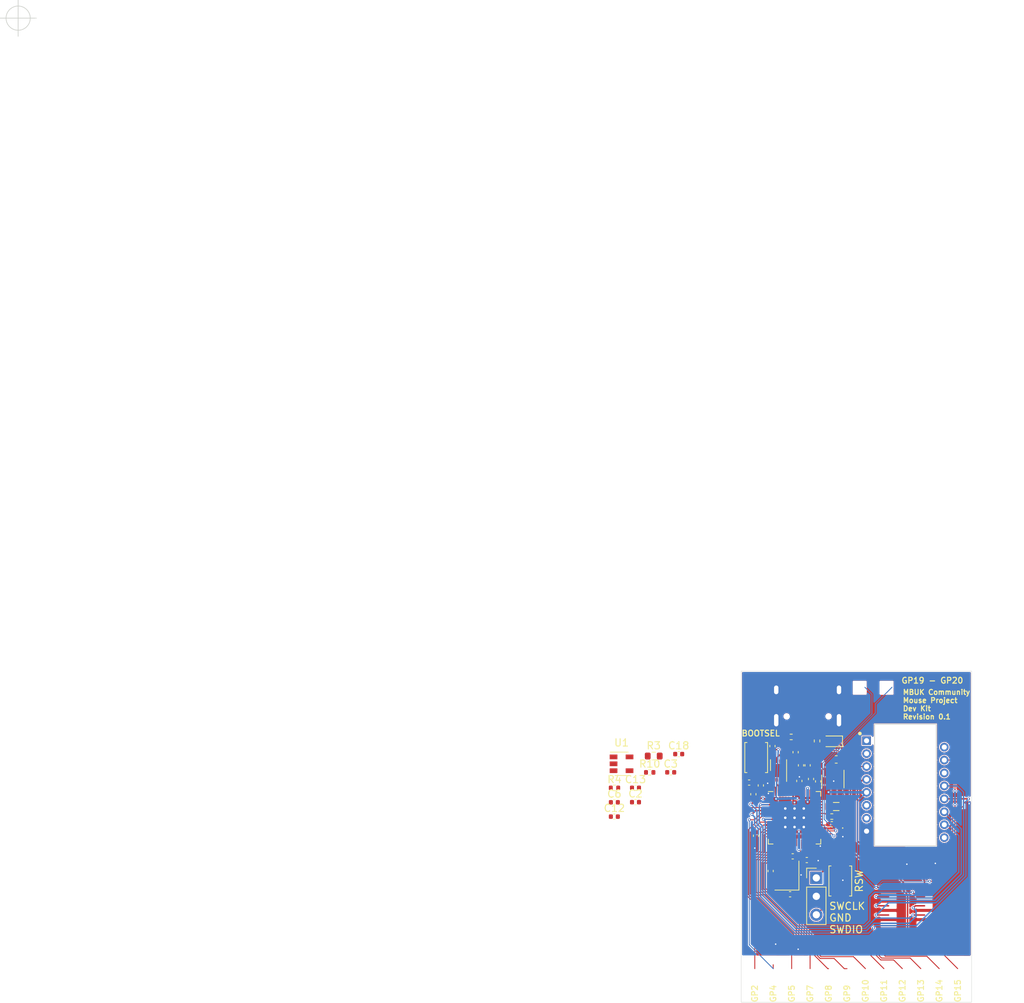
<source format=kicad_pcb>
(kicad_pcb (version 20211014) (generator pcbnew)
  (layers (0 "F.Cu" signal) (31 "B.Cu" signal) (34 "B.Paste" user) (35 "F.Paste" user) (36 "B.SilkS" user "B.Silkscreen") (37 "F.SilkS" user "F.Silkscreen") (38 "B.Mask" user) (39 "F.Mask" user) (44 "Edge.Cuts" user))
  (net 0 "")
  (net 1 "+5V")
  (net 2 "GND")
  (net 3 "+1V8")
  (net 4 "+3V3")
  (net 5 "+1V1")
  (net 6 "/XIN")
  (net 7 "VBUS")
  (net 8 "/QSPI_SS")
  (net 9 "/QSPI_SD1")
  (net 10 "/QSPI_SD2")
  (net 11 "/QSPI_SD0")
  (net 12 "/QSPI_SCLK")
  (net 13 "/QSPI_SD3")
  (net 14 "/SWCLK")
  (net 15 "/SWD")
  (net 16 "Net-(C19-Pad2)")
  (net 17 "USB_D+")
  (net 18 "USB_D-")
  (net 19 "Net-(R1-Pad2)")
  (net 20 "Net-(R2-Pad2)")
  (net 21 "/ADC_VREF")
  (net 22 "Net-(R6-Pad2)")
  (net 24 "unconnected-(U3-Pad3)")
  (net 25 "/XOUT")
  (net 26 "/RUN")
  (net 27 "unconnected-(U3-Pad4)")
  (net 28 "Net-(D2-Pad2)")
  (net 30 "/~{USB_BOOT}")
  (net 31 "Net-(L1-Pad1)")
  (net 33 "unconnected-(U3-Pad10)")
  (net 34 "unconnected-(U3-Pad11)")
  (net 35 "Net-(R7-Pad2)")
  (net 36 "unconnected-(U3-Pad12)")
  (net 37 "unconnected-(U3-Pad13)")
  (net 38 "/GPIO25")
  (net 39 "unconnected-(U3-Pad15)")
  (net 40 "/GPIO0")
  (net 48 "/GPIO2")
  (net 49 "/GPIO4")
  (net 50 "/GPIO5")
  (net 51 "/GPIO7")
  (net 52 "/GPIO8")
  (net 53 "/GPIO9")
  (net 54 "/GPIO10")
  (net 55 "/GPIO11")
  (net 56 "/GPIO12")
  (net 57 "/GPIO13")
  (net 58 "/GPIO14")
  (net 59 "/GPIO15")
  (net 60 "/GPIO16")
  (net 61 "/GPIO17")
  (net 62 "/GPIO18")
  (net 63 "/GPIO19")
  (net 64 "/GPIO20")
  (net 65 "/GPIO21")
  (net 66 "/GPIO22")
  (net 67 "/GPIO23")
  (net 68 "/GPIO24")
  (net 69 "/GPIO26_ADC0")
  (net 70 "/GPIO27_ADC1")
  (net 71 "/GPIO28_ADC2")
  (net 72 "/GPIO29_ADC3")
  (net 75 "/GPIO1")
  (net 76 "/GPIO3")
  (net 77 "/GPIO6")
  (footprint "Resistor_SMD:R_0603_1608Metric" (layer "F.Cu") (at 87.51 101.6)
    (fp_text reference "R3")
    (fp_text value "200 ohm 0603")
  )
  (footprint "Capacitor_SMD:C_0402_1005Metric" (layer "F.Cu") (at 103.86 100.23 90)
    (fp_text reference "C16")
    (fp_text value "100nf 0402")
  )
  (footprint "Button_Switch_SMD:SW_Push_SPST_NO_Alps_SKRK" (layer "F.Cu") (at 113.2 118.8 -90)
    (fp_text reference "J2")
    (fp_text value "SKRKAEE020")
  )
  (footprint "Package_SON:SON-8-1EP_3x2mm_P0.5mm_EP1.4x1.6mm" (layer "F.Cu") (at 104.7 103.6 90)
    (fp_text reference "FLASH1")
    (fp_text value "W25Q16FWUXIE")
  )
  (footprint "Capacitor_SMD:C_0402_1005Metric" (layer "F.Cu") (at 107.79 102.88 -90)
    (fp_text reference "R6")
    (fp_text value " 27Ohms  0402 Resistor")
  )
  (footprint "Package_TO_SOT_SMD:SOT-23-5" (layer "F.Cu") (at 83.08 102.67)
    (fp_text reference "U1")
    (fp_text value "TCR2EF19")
  )
  (footprint "Resistor_SMD:R_0402_1005Metric" (layer "F.Cu") (at 82.11 105.99)
    (fp_text reference "R4")
    (fp_text value "1 ohm 0402")
  )
  (footprint "Capacitor_SMD:C_0402_1005Metric" (layer "F.Cu") (at 101.6 112.575 -90)
    (fp_text reference "C9")
    (fp_text value "100nf 0402")
  )
  (footprint "Capacitor_SMD:C_0402_1005Metric" (layer "F.Cu") (at 107.56 105.03 90)
    (fp_text reference "C7")
    (fp_text value "100nf 0402")
  )
  (footprint "Resistor_SMD:R_0402_1005Metric" (layer "F.Cu") (at 86.96 103.85)
    (fp_text reference "R10")
    (fp_text value "1K 0402")
  )
  (footprint "Capacitor_SMD:C_0402_1005Metric" (layer "F.Cu") (at 90.95 101.33)
    (fp_text reference "C18")
    (fp_text value "10uf 0402")
  )
  (footprint "Capacitor_SMD:C_0402_1005Metric" (layer "F.Cu") (at 101.23 106.86 90)
    (fp_text reference "C11")
    (fp_text value "100nf 0402")
  )
  (footprint "Inductor_SMD:L_0805_2012Metric" (layer "F.Cu") (at 112.64 108.55 180)
    (fp_text reference "L1")
    (fp_text value "INDUCTOR 2.2uH 0805")
  )
  (footprint "Capacitor_SMD:C_0402_1005Metric" (layer "F.Cu") (at 110.15 105.09 90)
    (fp_text reference "C4")
    (fp_text value "10uf 0402")
  )
  (footprint "Diode_SMD:D_0603_1608Metric" (layer "F.Cu") (at 112.0225 99.573 180)
    (fp_text reference "D1")
    (fp_text value "1n4002 0603")
  )
  (footprint "Resistor_SMD:R_0402_1005Metric" (layer "F.Cu") (at 110 99.52 90)
    (fp_text reference "R1")
    (fp_text value "5.1K")
  )
  (footprint "Connector_PinHeader_2.54mm:PinHeader_1x03_P2.54mm_Vertical" (layer "F.Cu") (at 109.9 118.375)
    (fp_text reference "J3")
    (fp_text value "Conn_01x03_Male")
  )
  (footprint "Capacitor_SMD:C_0402_1005Metric" (layer "F.Cu") (at 106.29 120.63 180)
    (fp_text reference "C19")
    (fp_text value "22pf 0402")
  )
  (footprint "Resistor_SMD:R_0402_1005Metric" (layer "F.Cu") (at 106.44 98.97)
    (fp_text reference "R2")
    (fp_text value "5.1K")
  )
  (footprint "Capacitor_SMD:C_0402_1005Metric" (layer "F.Cu") (at 89.85 103.84)
    (fp_text reference "C3")
    (fp_text value "1uf 0402")
  )
  (footprint "local:DIP-16_W10.16mm" (layer "F.Cu") (at 117.9175 97.965)
    (fp_text reference "U3" hide)
    (fp_text value "PMW3360DM-T2QU")
    (fp_line (start 8.5 -0.75) (end 8.5 16) (layer "Edge.Cuts") (width 0.12))
    (fp_line (start 0 -0.75) (end 0 16) (layer "Edge.Cuts") (width 0.12))
    (fp_line (start 0 -0.75) (end 8.5 -0.75) (layer "Edge.Cuts") (width 0.12))
    (fp_line (start 0 16) (end 8.5 16) (layer "Edge.Cuts") (width 0.12))
  )
  (footprint "Crystal:Crystal_SMD_3225-4Pin_3.2x2.5mm" (layer "F.Cu") (at 105.85 118.06 90)
    (fp_text reference "Y1")
    (fp_text value "Crystal 3225 12MHz")
  )
  (footprint "Capacitor_SMD:C_0402_1005Metric" (layer "F.Cu") (at 103.61 117.43 90)
    (fp_text reference "C17")
    (fp_text value "22pf 0402")
  )
  (footprint "Capacitor_SMD:C_0402_1005Metric" (layer "F.Cu") (at 108.59 115.92)
    (fp_text reference "C5")
    (fp_text value "100nf 0402")
  )
  (footprint "Button_Switch_SMD:SW_Push_SPST_NO_Alps_SKRK" (layer "F.Cu") (at 101.62 101.81 90)
    (fp_text reference "J1")
    (fp_text value "SKRKAEE020")
  )
  (footprint "LED_SMD:LED_0402_1005Metric" (layer "F.Cu") (at 113.53 110.4225 90)
    (fp_text reference "D2")
    (fp_text value "LED 0402 YELLOW")
  )
  (footprint "Capacitor_SMD:C_0402_1005Metric" (layer "F.Cu") (at 107.05 101.07 90)
    (fp_text reference "C15")
    (fp_text value "1uf 0402")
  )
  (footprint "Resistor_SMD:R_0402_1005Metric" (layer "F.Cu") (at 112.03 109.93 180)
    (fp_text reference "R9")
    (fp_text value "470 ohm resistor")
  )
  (footprint "Capacitor_SMD:C_0402_1005Metric" (layer "F.Cu") (at 108.7 102.88 -90)
    (fp_text reference "R7")
    (fp_text value " 27Ohms 0402 Resistor")
  )
  (footprint "Capacitor_SMD:C_0402_1005Metric" (layer "F.Cu") (at 82.09 107.97)
    (fp_text reference "C6")
    (fp_text value "100nf 0402")
  )
  (footprint "Type-C:HRO-TYPE-C-31-M-12-Assembly" (layer "F.Cu") (at 108.7 89.8875 180)
    (fp_text reference "e1")
    (fp_text value "TYPE-C-31-M-12")
  )
  (footprint "Capacitor_SMD:C_0402_1005Metric" (layer "F.Cu") (at 85 105.98)
    (fp_text reference "C13")
    (fp_text value "100nf 0402")
  )
  (footprint "Capacitor_SMD:C_0402_1005Metric" (layer "F.Cu") (at 112.03 110.99)
    (fp_text reference "C8")
    (fp_text value "100nf 0402")
  )
  (footprint "Capacitor_SMD:C_0402_1005Metric" (layer "F.Cu") (at 85 107.95)
    (fp_text reference "C2")
    (fp_text value "0.1uf 0402")
  )
  (footprint "Capacitor_SMD:C_0603_1608Metric" (layer "F.Cu") (at 112.64 102.07 180)
    (fp_text reference "C1")
    (fp_text value "10uf 0603 6.3V")
  )
  (footprint "Capacitor_SMD:C_0402_1005Metric" (layer "F.Cu") (at 106.65 115.41 180)
    (fp_text reference "C10")
    (fp_text value "100nf 0402")
  )
  (footprint "Capacitor_SMD:C_0402_1005Metric" (layer "F.Cu") (at 82.09 109.94)
    (fp_text reference "C12")
    (fp_text value "100nf 0402")
  )
  (footprint "env:RP2040-QFN-56" (layer "F.Cu") (at 106.9 110.1)
    (fp_text reference "U4")
    (fp_text value "RP2040")
  )
  (footprint "Capacitor_SMD:C_0402_1005Metric" (layer "F.Cu") (at 109.17 104.76 90)
    (fp_text reference "C14")
    (fp_text value "1uf 0402")
  )
  (footprint "Capacitor_SMD:C_0402_1005Metric" (layer "F.Cu") (at 100.65 105.25)
    (fp_text reference "R5")
    (fp_text value "10K 0402")
  )
  (footprint "Package_TO_SOT_SMD:TSOT-23-5" (layer "F.Cu") (at 112.2 105.1 -90)
    (fp_text reference "U2")
    (fp_text value "LM3671MF 3.3")
  )
  (footprint "Capacitor_SMD:C_0402_1005Metric" (layer "F.Cu") (at 102.26 105.65 90)
    (fp_text reference "R8")
    (fp_text value "1k 0402 Resistor")
  )
  (gr_circle (center 115.9 98.5) (end 116.1 98.5) (layer "F.SilkS") (width 0.1) (fill solid))
  (gr_rect (start 99.55 89.9) (end 131.28 135.49) (layer "Edge.Cuts") (width 0.05) (fill none))
  (gr_text "RP2040" (at 112.65 114.3 315) (layer "F.Cu") (effects (font (size 0.6 0.6) (thickness 0.127))))
  (gr_text "GP14" (at 126.83409 133.925 90) (layer "F.SilkS") (effects (font (size 0.8 0.8))))
  (gr_text "GP5" (at 106.506818 134.305953 90) (layer "F.SilkS") (effects (font (size 0.8 0.8))))
  (gr_text "GP7" (at 109.047727 134.305953 90) (layer "F.SilkS") (effects (font (size 0.8 0.8))))
  (gr_text "GP8" (at 111.588636 134.305953 90) (layer "F.SilkS") (effects (font (size 0.8 0.8))))
  (gr_text "SWCLK\nGND\nSWDIO" (at 111.6 123.875) (layer "F.SilkS") (effects (font (size 1 1)) (justify left)))
  (gr_text "GP4" (at 103.965909 134.305953 90) (layer "F.SilkS") (effects (font (size 0.8 0.8))))
  (gr_text "GP11" (at 119.211363 133.925 90) (layer "F.SilkS") (effects (font (size 0.8 0.8))))
  (gr_text "RSW" (at 115.8 118.8 90) (layer "F.SilkS") (effects (font (size 1 1))))
  (gr_text "GP12" (at 121.752272 133.925 90) (layer "F.SilkS") (effects (font (size 0.8 0.8))))
  (gr_text "BOOTSEL" (at 102.25 98.475) (layer "F.SilkS") (effects (font (size 0.8 0.8))))
  (gr_text "GP9" (at 114.129545 134.305953 90) (layer "F.SilkS") (effects (font (size 0.8 0.8))))
  (gr_text "GP15" (at 129.375 133.925 90) (layer "F.SilkS") (effects (font (size 0.8 0.8))))
  (gr_text "MBUK Community\nMouse Project\nDev Kit \nRevision 0.1" (at 121.75 94.5) (layer "F.SilkS") (effects (font (size 0.7 0.7)) (justify left)))
  (gr_text "GP2" (at 101.425 134.305953 90) (layer "F.SilkS") (effects (font (size 0.8 0.8))))
  (gr_text "GP19 - GP20" (at 121.55 91.2) (layer "F.SilkS") (effects (font (size 0.8 0.8)) (justify left)))
  (gr_text "GP13" (at 124.293181 133.925 90) (layer "F.SilkS") (effects (font (size 0.8 0.8))))
  (gr_text "GP10" (at 116.670454 133.925 90) (layer "F.SilkS") (effects (font (size 0.8 0.8))))
  (target plus (at 0 0) (size 5) (width 0.1) (layer "Edge.Cuts"))
  (segment (start 123.4875 115.36) (end 123.3175 115.19) (width 0.127) (layer "F.Cu") (net 0))
  (segment (start 125.38 115.36) (end 124.42 115.36) (width 0.127) (layer "F.Cu") (net 0))
  (segment (start 124.42 115.36) (end 123.4875 115.36) (width 0.127) (layer "F.Cu") (net 0))
  (segment (start 122 119.1225) (end 124.8 119.1225) (width 0.2) (layer "F.Cu") (net 1))
  (segment (start 123.85 117.79) (end 123.3175 117.79) (width 0.2) (layer "F.Cu") (net 1))
  (segment (start 114.6 104.75) (end 114.6 114.45) (width 0.2) (layer "F.Cu") (net 1))
  (segment (start 113.415 100.178) (end 112.81 99.573) (width 0.25) (layer "F.Cu") (net 1))
  (segment (start 113.15 102.335) (end 113.415 102.07) (width 0.2) (layer "F.Cu") (net 1))
  (segment (start 112.82 100.82) (end 113.415 101.415) (width 0.127) (layer "F.Cu") (net 1))
  (segment (start 111.3 100.82) (end 112.82 100.82) (width 0.127) (layer "F.Cu") (net 1))
  (segment (start 113.415 101.415) (end 113.415 102.07) (width 0.127) (layer "F.Cu") (net 1))
  (segment (start 113.64 103.79) (end 114.6 104.75) (width 0.2) (layer "F.Cu") (net 1))
  (segment (start 113.15 103.79) (end 113.15 102.335) (width 0.2) (layer "F.Cu") (net 1))
  (segment (start 113.415 102.07) (end 113.415 100.178) (width 0.25) (layer "F.Cu") (net 1))
  (segment (start 117.94 117.79) (end 121.4175 117.79) (width 0.2) (layer "F.Cu") (net 1))
  (segment (start 121.4175 117.79) (end 121.4175 118.54) (width 0.2) (layer "F.Cu") (net 1))
  (segment (start 124.8 119.68) (end 124.8 119.1225) (width 0.2) (layer "F.Cu") (net 1))
  (segment (start 114.6 114.45) (end 117.94 117.79) (width 0.2) (layer "F.Cu") (net 1))
  (segment (start 124.8 119.1225) (end 124.8 118.74) (width 0.2) (layer "F.Cu") (net 1))
  (segment (start 124.8 118.74) (end 123.85 117.79) (width 0.2) (layer "F.Cu") (net 1))
  (segment (start 111.25 103.79) (end 110.61 103.15) (width 0.127) (layer "F.Cu") (net 1))
  (segment (start 113.15 103.79) (end 113.64 103.79) (width 0.2) (layer "F.Cu") (net 1))
  (segment (start 110.61 101.51) (end 111.3 100.82) (width 0.127) (layer "F.Cu") (net 1))
  (segment (start 121.4175 118.54) (end 122 119.1225) (width 0.2) (layer "F.Cu") (net 1))
  (segment (start 110.61 103.15) (end 110.61 102.53) (width 0.127) (layer "F.Cu") (net 1))
  (segment (start 105.45 104.35) (end 104.7 103.6) (width 0.2) (layer "F.Cu") (net 2))
  (segment (start 113.4475 110.99) (end 113.53 110.9075) (width 0.127) (layer "F.Cu") (net 2))
  (segment (start 105.45 104.8875) (end 105.45 104.35) (width 0.2) (layer "F.Cu") (net 2))
  (segment (start 105.9 111.65) (end 105.625 111.375) (width 0.127) (layer "F.Cu") (net 2))
  (segment (start 112.51 110.99) (end 113.4475 110.99) (width 0.127) (layer "F.Cu") (net 2))
  (segment (start 105.9 113.5375) (end 105.9 111.65) (width 0.127) (layer "F.Cu") (net 2))
  (via (at 113.55 112.7) (size 0.4) (drill 0.2) (layers "F.Cu" "B.Cu") (net 2))
  (via (at 107.8 117.97) (size 0.4) (drill 0.2) (layers "F.Cu" "B.Cu") (net 2))
  (via (at 126.29 116.38) (size 0.4) (drill 0.2) (layers "F.Cu" "B.Cu") (net 2))
  (via (at 130.95 108.15) (size 0.4) (drill 0.2) (layers "F.Cu" "B.Cu") (net 2))
  (via (at 103.2 105.35) (size 0.4) (drill 0.2) (layers "F.Cu" "B.Cu") (net 2))
  (via (at 104.3 127.5) (size 0.4) (drill 0.2) (layers "F.Cu" "B.Cu") (net 2))
  (via (at 112.29 105.05) (size 0.4) (drill 0.2) (layers "F.Cu" "B.Cu") (net 2))
  (via (at 107.57 104.47) (size 0.4) (drill 0.2) (layers "F.Cu" "B.Cu") (net 2))
  (via (at 113.55 118.7) (size 0.4) (drill 0.2) (layers "F.Cu" "B.Cu") (net 2))
  (via (at 122.3675 116.49) (size 0.4) (drill 0.2) (layers "F.Cu" "B.Cu") (net 2))
  (via (at 103.3 106.75) (size 0.4) (drill 0.2) (layers "F.Cu" "B.Cu") (net 2))
  (via (at 101.425 114.275) (size 0.4) (drill 0.2) (layers "F.Cu" "B.Cu") (net 2))
  (via (at 110.16 116) (size 0.4) (drill 0.2) (layers "F.Cu" "B.Cu") (net 2))
  (via (at 107.4 128.2) (size 0.4) (drill 0.2) (layers "F.Cu" "B.Cu") (net 2))
  (via (at 110.45 114) (size 0.4) (drill 0.2) (layers "F.Cu" "B.Cu") (net 2))
  (segment (start 110.3375 111.1) (end 111.44 111.1) (width 0.127) (layer "F.Cu") (net 4))
  (segment (start 102.62 111.1) (end 103.4625 111.1) (width 0.127) (layer "F.Cu") (net 4))
  (segment (start 111.5775 106.7375) (end 111.25 106.41) (width 0.127) (layer "F.Cu") (net 4))
  (segment (start 110.41 105.57) (end 110.15 105.57) (width 0.127) (layer "F.Cu") (net 4))
  (segment (start 102.65 107.5) (end 102.55 107.4) (width 0.2) (layer "F.Cu") (net 4))
  (segment (start 111.44 111.1) (end 111.55 110.99) (width 0.127) (layer "F.Cu") (net 4))
  (segment (start 109.23 106.5325) (end 109.23 105.24) (width 0.2) (layer "F.Cu") (net 4))
  (segment (start 111.25 106.41) (end 111.25 106.5875) (width 0.2) (layer "F.Cu") (net 4))
  (segment (start 111.25 106.5875) (end 110.3375 107.5) (width 0.2) (layer "F.Cu") (net 4))
  (segment (start 104.66 100.7) (end 104.65 100.71) (width 0.2) (layer "F.Cu") (net 4))
  (segment (start 107.1 115.38) (end 107.1 113.5375) (width 0.127) (layer "F.Cu") (net 4))
  (segment (start 107.5 106.6625) (end 107.5 105.57) (width 0.2) (layer "F.Cu") (net 4))
  (segment (start 125.503 118.837) (end 125.988 118.837) (width 0.127) (layer "F.Cu") (net 4))
  (segment (start 101.23 107.34) (end 100.59 107.34) (width 0.127) (layer "F.Cu") (net 4))
  (segment (start 128.97 115.855) (end 128.97 109.643) (width 0.127) (layer "F.Cu") (net 4))
  (segment (start 119.84 119.69) (end 119.85 119.68) (width 0.2) (layer "F.Cu") (net 4))
  (segment (start 110.15 106.3) (end 110.04 106.41) (width 0.127) (layer "F.Cu") (net 4))
  (segment (start 109.7525 106.41) (end 109.5 106.6625) (width 0.2) (layer "F.Cu") (net 4))
  (segment (start 125.988 118.837) (end 126.579 118.246) (width 0.127) (layer "F.Cu") (net 4))
  (segment (start 123.0775 127.3) (end 122.4675 126.69) (width 0.2) (layer "F.Cu") (net 4))
  (segment (start 111.25 106.41) (end 110.04 106.41) (width 0.2) (layer "F.Cu") (net 4))
  (segment (start 100.17 106.92) (end 100.17 105.25) (width 0.127) (layer "F.Cu") (net 4))
  (segment (start 111.25 106.41) (end 110.41 105.57) (width 0.127) (layer "F.Cu") (net 4))
  (segment (start 107.13 115.41) (end 107.1 115.38) (width 0.127) (layer "F.Cu") (net 4))
  (segment (start 103.4625 107.5) (end 102.65 107.5) (width 0.2) (layer "F.Cu") (net 4))
  (segment (start 111.5775 108.55) (end 111.5775 106.7375) (width 0.127) (layer "F.Cu") (net 4))
  (segment (start 103.4625 107.5) (end 104.35 107.5) (width 0.2) (layer "F.Cu") (net 4))
  (segment (start 102.55 107.4) (end 101.29 107.4) (width 0.2) (layer "F.Cu") (net 4))
  (segment (start 101.625 112.095) (end 102.62 111.1) (width 0.127) (layer "F.Cu") (net 4))
  (segment (start 121.4575 119.68) (end 119.85 119.68) (width 0.2) (layer "F.Cu") (net 4))
  (segment (start 103.86 100.71) (end 103.95 100.8) (width 0.2) (layer "F.Cu") (net 4))
  (segment (start 110.04 106.41) (end 109.7525 106.41) (width 0.2) (layer "F.Cu") (net 4))
  (segment (start 125.988 118.837) (end 128.97 115.855) (width 0.127) (layer "F.Cu") (net 4))
  (segment (start 109.1 106.6625) (end 109.23 106.5325) (width 0.2) (layer "F.Cu") (net 4))
  (segment (start 101.29 107.4) (end 101.23 107.34) (width 0.2) (layer "F.Cu") (net 4))
  (segment (start 103.95 100.8) (end 103.95 102.3125) (width 0.2) (layer "F.Cu") (net 4))
  (segment (start 107.5 105.57) (end 107.56 105.51) (width 0.2) (layer "F.Cu") (net 4))
  (segment (start 109.5 106.6625) (end 109.1 106.6625) (width 0.2) (layer "F.Cu") (net 4))
  (segment (start 122.4675 120.69) (end 121.4575 119.68) (width 0.2) (layer "F.Cu") (net 4))
  (segment (start 122.4675 126.69) (end 122.4675 120.69) (width 0.2) (layer "F.Cu") (net 4))
  (segment (start 128.97 109.643) (end 130.092 108.521) (width 0.127) (layer "F.Cu") (net 4))
  (segment (start 124.8 127.3) (end 123.0775 127.3) (width 0.2) (layer "F.Cu") (net 4))
  (segment (start 100.59 107.34) (end 100.17 106.92) (width 0.127) (layer "F.Cu") (net 4))
  (segment (start 104.65 100.71) (end 103.86 100.71) (width 0.2) (layer "F.Cu") (net 4))
  (segment (start 118.15 119.69) (end 119.84 119.69) (width 0.2) (layer "F.Cu") (net 4))
  (segment (start 110.15 105.57) (end 110.15 106.3) (width 0.127) (layer "F.Cu") (net 4))
  (segment (start 107.5 106.6625) (end 107.1 106.6625) (width 0.2) (layer "F.Cu") (net 4))
  (via (at 107.3 107.4) (size 0.4) (drill 0.2) (layers "F.Cu" "B.Cu") (net 4))
  (via (at 111.575 106.575) (size 0.4) (drill 0.2) (layers "F.Cu" "B.Cu") (net 4))
  (via (at 104.35 107.5) (size 0.4) (drill 0.2) (layers "F.Cu" "B.Cu") (net 4))
  (via (at 125.503 118.837) (size 0.4) (drill 0.2) (layers "F.Cu" "B.Cu") (net 4))
  (via (at 118.15 119.69) (size 0.4) (drill 0.2) (layers "F.Cu" "B.Cu") (net 4))
  (via (at 102.55 107.4) (size 0.4) (drill 0.2) (layers "F.Cu" "B.Cu") (net 4))
  (via (at 104.66 100.7) (size 0.4) (drill 0.2) (layers "F.Cu" "B.Cu") (net 4))
  (segment (start 116.8175 106.605) (end 111.575 106.575) (width 0.4) (layer "B.Cu") (net 4))
  (segment (start 118.15 119.69) (end 117.9675 119.69) (width 0.2) (layer "B.Cu") (net 4))
  (segment (start 125.503 118.837) (end 119.003 118.837) (width 0.127) (layer "B.Cu") (net 4))
  (segment (start 115.5675 107.855) (end 116.8175 106.605) (width 0.2) (layer "B.Cu") (net 4))
  (segment (start 119.003 118.837) (end 118.15 119.69) (width 0.127) (layer "B.Cu") (net 4))
  (segment (start 117.9675 119.69) (end 115.5675 117.29) (width 0.2) (layer "B.Cu") (net 4))
  (segment (start 104.66 100.7) (end 104.35 107.5) (width 0.2) (layer "B.Cu") (net 4))
  (segment (start 115.5675 117.29) (end 115.5675 107.855) (width 0.2) (layer "B.Cu") (net 4))
  (segment (start 107.3 107.4) (end 104.35 107.5) (width 0.4) (layer "B.Cu") (net 4))
  (segment (start 107.01654 101.58346) (end 107.05 101.55) (width 0.127) (layer "F.Cu") (net 5))
  (segment (start 107.01654 105.517149) (end 107.01654 101.58346) (width 0.127) (layer "F.Cu") (net 5))
  (segment (start 108.11 115.92) (end 108.11 115.09) (width 0.127) (layer "F.Cu") (net 5))
  (segment (start 108.7 106.05) (end 108.7 106.6625) (width 0.2) (layer "F.Cu") (net 5))
  (segment (start 106.7 105.83369) (end 107.01654 105.517149) (width 0.127) (layer "F.Cu") (net 5))
  (segment (start 107.5 113.5375) (end 107.5 114.48) (width 0.2) (layer "F.Cu") (net 5))
  (segment (start 106.7 106.6625) (end 106.7 105.83369) (width 0.127) (layer "F.Cu") (net 5))
  (segment (start 108.11 115.09) (end 107.5 114.48) (width 0.127) (layer "F.Cu") (net 5))
  (via (at 107.5 112.04) (size 0.4) (drill 0.2) (layers "F.Cu" "B.Cu") (net 5))
  (via (at 108.7 106.05) (size 0.4) (drill 0.2) (layers "F.Cu" "B.Cu") (net 5))
  (via (at 106.9 108) (size 0.4) (drill 0.2) (layers "F.Cu" "B.Cu") (net 5))
  (via (at 107.5 114.48) (size 0.4) (drill 0.2) (layers "F.Cu" "B.Cu") (net 5))
  (via (at 108.7 107.925) (size 0.4) (drill 0.2) (layers "F.Cu" "B.Cu") (net 5))
  (segment (start 107.5 114.48) (end 107.5 112.04) (width 0.4) (layer "B.Cu") (net 5))
  (segment (start 108.7 107.925) (end 108.7 106.05) (width 0.4) (layer "B.Cu") (net 5))
  (segment (start 105.27148 114.97852) (end 103.61 116.64) (width 0.127) (layer "F.Cu") (net 6))
  (segment (start 103.61 116.64) (end 103.61 116.95) (width 0.127) (layer "F.Cu") (net 6))
  (segment (start 106.284988 114.55648) (end 105.424988 114.55648) (width 0.127) (layer "F.Cu") (net 6))
  (segment (start 105.27148 114.709989) (end 105.27148 114.97852) (width 0.127) (layer "F.Cu") (net 6))
  (segment (start 105 116.96) (end 103.62 116.96) (width 0.127) (layer "F.Cu") (net 6))
  (segment (start 105.424988 114.55648) (end 105.27148 114.709989) (width 0.127) (layer "F.Cu") (net 6))
  (segment (start 106.3 113.5375) (end 106.3 114.541468) (width 0.127) (layer "F.Cu") (net 6))
  (segment (start 106.3 114.541468) (end 106.284988 114.55648) (width 0.127) (layer "F.Cu") (net 6))
  (segment (start 103.62 116.96) (end 103.61 116.95) (width 0.127) (layer "F.Cu") (net 6))
  (segment (start 111.235 99.573) (end 111.15 99.488) (width 0.5) (layer "F.Cu") (net 7))
  (segment (start 107.2325 95.675) (end 106.25 96.6575) (width 0.2) (layer "F.Cu") (net 7))
  (segment (start 111.15 97.5825) (end 111.15 96.5) (width 0.2) (layer "F.Cu") (net 7))
  (segment (start 110.325 95.675) (end 107.2325 95.675) (width 0.2) (layer "F.Cu") (net 7))
  (segment (start 106.25 96.6575) (end 106.25 97.5825) (width 0.2) (layer "F.Cu") (net 7))
  (segment (start 111.15 99.488) (end 111.15 97.7525) (width 0.5) (layer "F.Cu") (net 7))
  (segment (start 111.15 96.5) (end 110.325 95.675) (width 0.2) (layer "F.Cu") (net 7))
  (segment (start 111.235 97.6675) (end 111.15 97.5825) (width 0.127) (layer "F.Cu") (net 7))
  (segment (start 104.04 105.74) (end 103.95 105.65) (width 0.2) (layer "F.Cu") (net 8))
  (segment (start 102.01 106.13) (end 101.13 105.25) (width 0.127) (layer "F.Cu") (net 8))
  (segment (start 102.26 106.13) (end 103.65 106.13) (width 0.127) (layer "F.Cu") (net 8))
  (segment (start 104.3 106) (end 104.04 105.74) (width 0.2) (layer "F.Cu") (net 8))
  (segment (start 104.3 106.6625) (end 104.3 106) (width 0.2) (layer "F.Cu") (net 8))
  (segment (start 102.26 106.13) (end 102.01 106.13) (width 0.127) (layer "F.Cu") (net 8))
  (segment (start 103.95 105.65) (end 103.95 104.8875) (width 0.2) (layer "F.Cu") (net 8))
  (segment (start 103.65 106.13) (end 104.04 105.74) (width 0.127) (layer "F.Cu") (net 8))
  (segment (start 104.7 106.6625) (end 104.7 105.72452) (width 0.2) (layer "F.Cu") (net 9))
  (segment (start 104.7 105.72452) (end 104.45 105.47452) (width 0.2) (layer "F.Cu") (net 9))
  (segment (start 104.45 105.47452) (end 104.45 104.8875) (width 0.2) (layer "F.Cu") (net 9))
  (segment (start 104.95 105.45) (end 104.95 104.8875) (width 0.2) (layer "F.Cu") (net 10))
  (segment (start 105.1 106.6625) (end 105.1 105.6) (width 0.2) (layer "F.Cu") (net 10))
  (segment (start 105.1 105.6) (end 104.95 105.45) (width 0.2) (layer "F.Cu") (net 10))
  (segment (start 106 102.5) (end 105.8125 102.3125) (width 0.2) (layer "F.Cu") (net 11))
  (segment (start 106 105.2) (end 106 102.5) (width 0.2) (layer "F.Cu") (net 11))
  (segment (start 105.5 106.6625) (end 105.5 105.7) (width 0.2) (layer "F.Cu") (net 11))
  (segment (start 105.8125 102.3125) (end 105.45 102.3125) (width 0.2) (layer "F.Cu") (net 11))
  (segment (start 105.5 105.7) (end 106 105.2) (width 0.2) (layer "F.Cu") (net 11))
  (segment (start 104.95 102.011771) (end 104.95 102.3125) (width 0.2) (layer "F.Cu") (net 12))
  (segment (start 105.335251 101.62652) (end 104.95 102.011771) (width 0.2) (layer "F.Cu") (net 12))
  (segment (start 105.9 105.76177) (end 106.4 105.26177) (width 0.2) (layer "F.Cu") (net 12))
  (segment (start 105.9 106.6625) (end 105.9 105.76177) (width 0.2) (layer "F.Cu") (net 12))
  (segment (start 106.4 102.4) (end 105.62652 101.62652) (width 0.2) (layer "F.Cu") (net 12))
  (segment (start 106.4 105.26177) (end 106.4 102.4) (width 0.2) (layer "F.Cu") (net 12))
  (segment (start 105.62652 101.62652) (end 105.335251 101.62652) (width 0.2) (layer "F.Cu") (net 12))
  (segment (start 106.72652 105.397019) (end 106.72652 102.22652) (width 0.2) (layer "F.Cu") (net 13))
  (segment (start 106.72652 102.22652) (end 105.8 101.3) (width 0.2) (layer "F.Cu") (net 13))
  (segment (start 106.3 105.82354) (end 106.72652 105.397019) (width 0.2) (layer "F.Cu") (net 13))
  (segment (start 105.8 101.3) (end 105 101.3) (width 0.2) (layer "F.Cu") (net 13))
  (segment (start 104.45 101.85) (end 104.45 102.3125) (width 0.2) (layer "F.Cu") (net 13))
  (segment (start 106.3 106.6625) (end 106.3 105.82354) (width 0.2) (layer "F.Cu") (net 13))
  (segment (start 105 101.3) (end 104.45 101.85) (width 0.2) (layer "F.Cu") (net 13))
  (segment (start 108.40002 114.776841) (end 107.9 114.276821) (width 0.2) (layer "F.Cu") (net 14))
  (segment (start 110.83 115.88354) (end 110.29646 115.35) (width 0.2) (layer "F.Cu") (net 14))
  (segment (start 109.9 118.375) (end 110.83 117.445) (width 0.2) (layer "F.Cu") (net 14))
  (segment (start 108.65 115.275) (end 108.40002 115.02502) (width 0.2) (layer "F.Cu") (net 14))
  (segment (start 110.29646 115.35) (end 108.725001 115.35) (width 0.2) (layer "F.Cu") (net 14))
  (segment (start 107.9 114.276821) (end 107.9 113.5375) (width 0.2) (layer "F.Cu") (net 14))
  (segment (start 108.725001 115.35) (end 108.65 115.275) (width 0.2) (layer "F.Cu") (net 14))
  (segment (start 110.83 117.445) (end 110.83 115.88354) (width 0.2) (layer "F.Cu") (net 14))
  (segment (start 108.40002 115.02502) (end 108.40002 114.776841) (width 0.2) (layer "F.Cu") (net 14))
  (segment (start 108.3 114.215051) (end 108.72654 114.641592) (width 0.2) (layer "F.Cu") (net 15))
  (segment (start 111.17348 115.76525) (end 111.17348 122.18152) (width 0.2) (layer "F.Cu") (net 15))
  (segment (start 108.72654 114.88977) (end 108.86025 115.02348) (width 0.2) (layer "F.Cu") (net 15))
  (segment (start 111.17348 122.18152) (end 109.9 123.455) (width 0.2) (layer "F.Cu") (net 15))
  (segment (start 108.3 113.5375) (end 108.3 114.215051) (width 0.2) (layer "F.Cu") (net 15))
  (segment (start 108.86025 115.02348) (end 110.43171 115.02348) (width 0.2) (layer "F.Cu") (net 15))
  (segment (start 108.72654 114.641592) (end 108.72654 114.88977) (width 0.2) (layer "F.Cu") (net 15))
  (segment (start 110.43171 115.02348) (end 111.17348 115.76525) (width 0.2) (layer "F.Cu") (net 15))
  (segment (start 105.53 114.81) (end 105.525 114.815) (width 0.127) (layer "F.Cu") (net 16))
  (segment (start 105.525 114.815) (end 105.525 115.845) (width 0.127) (layer "F.Cu") (net 16))
  (segment (start 106.7 114.5) (end 106.389999 114.81) (width 0.127) (layer "F.Cu") (net 16))
  (segment (start 105.525 115.845) (end 105.85 116.17) (width 0.127) (layer "F.Cu") (net 16))
  (segment (start 105.85 116.17) (end 105.85 120.59) (width 0.127) (layer "F.Cu") (net 16))
  (segment (start 105.85 120.59) (end 105.81 120.63) (width 0.127) (layer "F.Cu") (net 16))
  (segment (start 105.81 120.63) (end 106.7 119.74) (width 0.127) (layer "F.Cu") (net 16))
  (segment (start 106.389999 114.81) (end 105.53 114.81) (width 0.127) (layer "F.Cu") (net 16))
  (segment (start 106.7 119.74) (end 106.7 119.16) (width 0.127) (layer "F.Cu") (net 16))
  (segment (start 106.7 113.5375) (end 106.7 114.5) (width 0.127) (layer "F.Cu") (net 16))
  (segment (start 107.95 97.5825) (end 107.95 96.825) (width 0.2) (layer "F.Cu") (net 17))
  (segment (start 107.79 102.4) (end 107.95 102.24) (width 0.2) (layer "F.Cu") (net 17))
  (segment (start 108.34848 96.42652) (end 108.55152 96.42652) (width 0.2) (layer "F.Cu") (net 17))
  (segment (start 108.55152 96.42652) (end 108.95 96.825) (width 0.2) (layer "F.Cu") (net 17))
  (segment (start 108.95 96.825) (end 108.95 97.5825) (width 0.2) (layer "F.Cu") (net 17))
  (segment (start 107.95 102.24) (end 107.95 97.5825) (width 0.2) (layer "F.Cu") (net 17))
  (segment (start 107.95 96.825) (end 108.34848 96.42652) (width 0.2) (layer "F.Cu") (net 17))
  (segment (start 108.45 102.15) (end 108.45 97.5825) (width 0.2) (layer "F.Cu") (net 18))
  (segment (start 108.7175 98.775) (end 109.1825 98.775) (width 0.2) (layer "F.Cu") (net 18))
  (segment (start 108.45 98.5075) (end 108.7175 98.775) (width 0.2) (layer "F.Cu") (net 18))
  (segment (start 109.1825 98.775) (end 109.45 98.5075) (width 0.2) (layer "F.Cu") (net 18))
  (segment (start 108.45 97.5825) (end 108.45 98.5075) (width 0.2) (layer "F.Cu") (net 18))
  (segment (start 108.7 102.4) (end 108.45 102.15) (width 0.2) (layer "F.Cu") (net 18))
  (segment (start 109.45 98.5075) (end 109.45 97.5825) (width 0.2) (layer "F.Cu") (net 18))
  (segment (start 110 99.01) (end 110 97.6325) (width 0.127) (layer "F.Cu") (net 19))
  (segment (start 110 97.6325) (end 109.95 97.5825) (width 0.127) (layer "F.Cu") (net 19))
  (segment (start 106.95 98.97) (end 106.95 97.5825) (width 0.127) (layer "F.Cu") (net 20))
  (segment (start 107.9 106.284176) (end 108.04648 106.137696) (width 0.127) (layer "F.Cu") (net 22))
  (segment (start 107.9 106.6625) (end 107.9 106.284176) (width 0.127) (layer "F.Cu") (net 22))
  (segment (start 108.04648 103.61648) (end 107.79 103.36) (width 0.127) (layer "F.Cu") (net 22))
  (segment (start 108.04648 106.137696) (end 108.04648 103.61648) (width 0.127) (layer "F.Cu") (net 22))
  (segment (start 115.438 103.045) (end 115.431 103.038) (width 0.127) (layer "F.Cu") (net 24))
  (segment (start 116.8175 103.045) (end 115.438 103.045) (width 0.127) (layer "F.Cu") (net 24))
  (segment (start 108.7 114.153282) (end 108.7 113.5375) (width 0.2) (layer "F.Cu") (net 26))
  (segment (start 109.05306 114.506344) (end 108.7 114.153282) (width 0.2) (layer "F.Cu") (net 26))
  (segment (start 112.57 116.7) (end 110.56696 114.69696) (width 0.2) (layer "F.Cu") (net 26))
  (segment (start 113.2 116.7) (end 112.57 116.7) (width 0.2) (layer "F.Cu") (net 26))
  (segment (start 110.56696 114.69696) (end 109.05306 114.69696) (width 0.2) (layer "F.Cu") (net 26))
  (segment (start 109.05306 114.69696) (end 109.05306 114.506344) (width 0.2) (layer "F.Cu") (net 26))
  (segment (start 116.3325 104.825) (end 116.8175 104.825) (width 0.2) (layer "F.Cu") (net 27))
  (segment (start 117.4675 115.19) (end 115.5675 113.29) (width 0.2) (layer "F.Cu") (net 27))
  (segment (start 129.922 102.639) (end 129.922 102.152) (width 0.127) (layer "F.Cu") (net 27))
  (segment (start 128.994 106.403) (end 128.994 103.567) (width 0.127) (layer "F.Cu") (net 27))
  (segment (start 122.473 114.281) (end 127.808 114.281) (width 0.127) (layer "F.Cu") (net 27))
  (segment (start 127.808 114.281) (end 128.673 113.416) (width 0.127) (layer "F.Cu") (net 27))
  (segment (start 128.673 109.119) (end 128.994 108.798) (width 0.127) (layer "F.Cu") (net 27))
  (segment (start 121.814 115.19) (end 121.814 114.94) (width 0.127) (layer "F.Cu") (net 27))
  (segment (start 128.994 103.567) (end 129.922 102.639) (width 0.127) (layer "F.Cu") (net 27))
  (segment (start 115.5675 113.29) (end 115.5675 105.59) (width 0.2) (layer "F.Cu") (net 27))
  (segment (start 121.814 115.19) (end 121.4175 115.19) (width 0.127) (layer "F.Cu") (net 27))
  (segment (start 121.4175 115.19) (end 117.4675 115.19) (width 0.2) (layer "F.Cu") (net 27))
  (segment (start 121.83 115.19) (end 121.814 115.19) (width 0.127) (layer "F.Cu") (net 27))
  (segment (start 121.814 114.94) (end 122.473 114.281) (width 0.127) (layer "F.Cu") (net 27))
  (segment (start 124.42 116.38) (end 123.02 116.38) (width 0.127) (layer "F.Cu") (net 27))
  (segment (start 123.02 116.38) (end 121.83 115.19) (width 0.127) (layer "F.Cu") (net 27))
  (segment (start 115.5675 105.59) (end 116.3325 104.825) (width 0.2) (layer "F.Cu") (net 27))
  (segment (start 124.42 117.28) (end 124.42 116.38) (width 0.127) (layer "F.Cu") (net 27))
  (segment (start 128.994 108.798) (end 128.994 108.295) (width 0.127) (layer "F.Cu") (net 27))
  (segment (start 128.673 113.416) (end 128.673 109.119) (width 0.127) (layer "F.Cu") (net 27))
  (via (at 128.994 108.295) (size 0.4) (drill 0.2) (layers "F.Cu" "B.Cu") (net 27))
  (via (at 128.994 106.403) (size 0.4) (drill 0.2) (layers "F.Cu" "B.Cu") (net 27))
  (segment (start 128.994 108.295) (end 128.994 106.403) (width 0.25) (layer "B.Cu") (net 27))
  (segment (start 113.5225 109.93) (end 112.54 109.93) (width 0.127) (layer "F.Cu") (net 28))
  (segment (start 113.53 109.9375) (end 113.5225 109.93) (width 0.127) (layer "F.Cu") (net 28))
  (segment (start 102.26 104.55) (end 101.62 103.91) (width 0.127) (layer "F.Cu") (net 30))
  (segment (start 102.26 105.17) (end 102.26 104.55) (width 0.127) (layer "F.Cu") (net 30))
  (segment (start 113.7025 106.9625) (end 113.15 106.41) (width 0.127) (layer "F.Cu") (net 31))
  (segment (start 113.7025 108.55) (end 113.7025 106.9625) (width 0.127) (layer "F.Cu") (net 31))
  (segment (start 119.85 120.95) (end 118.15 120.95) (width 0.2) (layer "F.Cu") (net 33))
  (via (at 118.15 120.95) (size 0.4) (drill 0.2) (layers "F.Cu" "B.Cu") (net 33))
  (segment (start 118.34696 121.14696) (end 125.95304 121.14696) (width 0.2) (layer "B.Cu") (net 33))
  (segment (start 129.52348 112.57348) (end 128.005 111.055) (width 0.2) (layer "B.Cu") (net 33))
  (segment (start 129.52348 117.57652) (end 129.52348 112.57348) (width 0.2) (layer "B.Cu") (net 33))
  (segment (start 118.15 120.95) (end 118.34696 121.14696) (width 0.2) (layer "B.Cu") (net 33))
  (segment (start 125.95304 121.14696) (end 129.52348 117.57652) (width 0.2) (layer "B.Cu") (net 33))
  (segment (start 128.005 111.055) (end 127.5175 111.055) (width 0.2) (layer "B.Cu") (net 33))
  (segment (start 119.85 122.22) (end 118.15 122.22) (width 0.2) (layer "F.Cu") (net 34))
  (via (at 118.15 122.22) (size 0.4) (drill 0.2) (layers "F.Cu" "B.Cu") (net 34))
  (segment (start 118.15 122.22) (end 118.89652 121.47348) (width 0.2) (layer "B.Cu") (net 34))
  (segment (start 118.89652 121.47348) (end 126.22652 121.47348) (width 0.2) (layer "B.Cu") (net 34))
  (segment (start 126.22652 121.47348) (end 129.85 117.85) (width 0.2) (layer "B.Cu") (net 34))
  (segment (start 129.85 117.85) (end 129.85 111.6075) (width 0.2) (layer "B.Cu") (net 34))
  (segment (start 129.85 111.6075) (end 127.5175 109.275) (width 0.2) (layer "B.Cu") (net 34))
  (segment (start 108.3 106.6625) (end 108.3 104.33) (width 0.127) (layer "F.Cu") (net 35))
  (segment (start 108.7 103.93) (end 108.7 103.36) (width 0.127) (layer "F.Cu") (net 35))
  (segment (start 108.3 104.33) (end 108.7 103.93) (width 0.127) (layer "F.Cu") (net 35))
  (segment (start 130.845 107.495) (end 127.5175 107.495) (width 0.2) (layer "F.Cu") (net 36))
  (segment (start 101.025 109.625) (end 101.55 109.1) (width 0.2) (layer "F.Cu") (net 36))
  (segment (start 101.55 109.1) (end 103.4625 109.1) (width 0.2) (layer "F.Cu") (net 36))
  (segment (start 130.85 107.5) (end 130.845 107.495) (width 0.2) (layer "F.Cu") (net 36))
  (via (at 130.85 107.5) (size 0.4) (drill 0.2) (layers "F.Cu" "B.Cu") (net 36))
  (via (at 101.025 109.625) (size 0.4) (drill 0.2) (layers "F.Cu" "B.Cu") (net 36))
  (via (at 117.789082 125.264082) (size 0.4) (drill 0.2) (layers "F.Cu" "B.Cu") (net 36))
  (segment (start 123.670498 124.95304) (end 118.100124 124.95304) (width 0.2) (layer "B.Cu") (net 36))
  (segment (start 106.781021 125.97956) (end 101.89544 121.093978) (width 0.2) (layer "B.Cu") (net 36))
  (segment (start 117.073604 125.97956) (end 106.781021 125.97956) (width 0.2) (layer "B.Cu") (net 36))
  (segment (start 118.100124 124.95304) (end 117.789082 125.264082) (width 0.2) (layer "B.Cu") (net 36))
  (segment (start 130.85 107.5) (end 130.50304 107.84696) (width 0.2) (layer "B.Cu") (net 36))
  (segment (start 101.4 110) (end 101.025 109.625) (width 0.2) (layer "B.Cu") (net 36))
  (segment (start 101.4 111.075) (end 101.4 110) (width 0.2) (layer "B.Cu") (net 36))
  (segment (start 130.50304 107.84696) (end 130.50304 118.120498) (width 0.2) (layer "B.Cu") (net 36))
  (segment (start 101.89544 121.093978) (end 101.89544 111.57044) (width 0.2) (layer "B.Cu") (net 36))
  (segment (start 117.789082 125.264082) (end 117.073604 125.97956) (width 0.2) (layer "B.Cu") (net 36))
  (segment (start 101.89544 111.57044) (end 101.4 111.075) (width 0.2) (layer "B.Cu") (net 36))
  (segment (start 130.50304 118.120498) (end 123.670498 124.95304) (width 0.2) (layer "B.Cu") (net 36))
  (segment (start 119.85 123.49) (end 118.15 123.49) (width 0.2) (layer "F.Cu") (net 37))
  (via (at 118.15 123.49) (size 0.4) (drill 0.2) (layers "F.Cu" "B.Cu") (net 37))
  (segment (start 130.17652 106.57652) (end 129.315 105.715) (width 0.2) (layer "B.Cu") (net 37))
  (segment (start 126.36177 121.8) (end 130.17652 117.985249) (width 0.2) (layer "B.Cu") (net 37))
  (segment (start 119.84 121.8) (end 126.36177 121.8) (width 0.2) (layer "B.Cu") (net 37))
  (segment (start 118.15 123.49) (end 119.84 121.8) (width 0.2) (layer "B.Cu") (net 37))
  (segment (start 130.17652 117.985249) (end 130.17652 106.57652) (width 0.2) (layer "B.Cu") (net 37))
  (segment (start 129.315 105.715) (end 127.5175 105.715) (width 0.2) (layer "B.Cu") (net 37))
  (segment (start 111.52 109.93) (end 111.09 109.5) (width 0.127) (layer "F.Cu") (net 38))
  (segment (start 111.09 109.5) (end 110.3375 109.5) (width 0.127) (layer "F.Cu") (net 38))
  (segment (start 127.5205 102.152) (end 127.5175 102.155) (width 0.127) (layer "F.Cu") (net 39))
  (segment (start 128.902 102.152) (end 127.5205 102.152) (width 0.127) (layer "F.Cu") (net 39))
  (segment (start 100.875 108.225) (end 100.95 108.225) (width 0.2) (layer "F.Cu") (net 40))
  (segment (start 123.53 122.22) (end 123.25 122.5) (width 0.2) (layer "F.Cu") (net 40))
  (segment (start 124.8 122.22) (end 123.53 122.22) (width 0.2) (layer "F.Cu") (net 40))
  (segment (start 100.95 108.225) (end 101.301511 107.873489) (width 0.2) (layer "F.Cu") (net 40))
  (segment (start 101.301511 107.873489) (end 102.376668 107.873489) (width 0.2) (layer "F.Cu") (net 40))
  (segment (start 102.403179 107.9) (end 103.4625 107.9) (width 0.2) (layer "F.Cu") (net 40))
  (segment (start 102.376668 107.873489) (end 102.403179 107.9) (width 0.2) (layer "F.Cu") (net 40))
  (via (at 123.25 122.5) (size 0.4) (drill 0.2) (layers "F.Cu" "B.Cu") (net 40))
  (via (at 100.875 108.225) (size 0.4) (drill 0.2) (layers "F.Cu" "B.Cu") (net 40))
  (segment (start 117.82348 124.62652) (end 122.676659 124.62652) (width 0.2) (layer "B.Cu") (net 40))
  (segment (start 102.22196 120.958729) (end 106.916271 125.65304) (width 0.2) (layer "B.Cu") (net 40))
  (segment (start 106.916271 125.65304) (end 116.79696 125.65304) (width 0.2) (layer "B.Cu") (net 40))
  (segment (start 100.875 108.225) (end 101.72652 109.07652) (width 0.2) (layer "B.Cu") (net 40))
  (segment (start 102.22196 111.43519) (end 102.22196 120.958729) (width 0.2) (layer "B.Cu") (net 40))
  (segment (start 101.72652 109.07652) (end 101.72652 110.93975) (width 0.2) (layer "B.Cu") (net 40))
  (segment (start 123.636511 123.666668) (end 123.636511 122.886511) (width 0.2) (layer "B.Cu") (net 40))
  (segment (start 116.79696 125.65304) (end 117.82348 124.62652) (width 0.2) (layer "B.Cu") (net 40))
  (segment (start 123.636511 122.886511) (end 123.25 122.5) (width 0.2) (layer "B.Cu") (net 40))
  (segment (start 122.676659 124.62652) (end 123.636511 123.666668) (width 0.2) (layer "B.Cu") (net 40))
  (segment (start 101.72652 110.93975) (end 102.22196 111.43519) (width 0.2) (layer "B.Cu") (net 40))
  (segment (start 101.425 121.900595) (end 100.284989 120.760584) (width 0.127) (layer "F.Cu") (net 48))
  (segment (start 100.284989 109.190011) (end 100.775 108.7) (width 0.127) (layer "F.Cu") (net 48))
  (segment (start 101.425 130.875) (end 101.425 121.900595) (width 0.127) (layer "F.Cu") (net 48))
  (segment (start 100.775 108.7) (end 103.4625 108.7) (width 0.127) (layer "F.Cu") (net 48))
  (segment (start 100.284989 120.760584) (end 100.284989 109.190011) (width 0.127) (layer "F.Cu") (net 48))
  (segment (start 103.4625 109.5) (end 102.275 109.5) (width 0.127) (layer "F.Cu") (net 49))
  (segment (start 103.965 130.875) (end 103.965 130.331468) (width 0.127) (layer "F.Cu") (net 49))
  (segment (start 101.4 110.375) (end 100.675 110.375) (width 0.127) (layer "F.Cu") (net 49))
  (segment (start 102.275 109.5) (end 101.4 110.375) (width 0.127) (layer "F.Cu") (net 49))
  (via (at 100.675 110.375) (size 0.4) (drill 0.2) (layers "F.Cu" "B.Cu") (net 49))
  (segment (start 103.965 130.875) (end 100.675 127.585) (width 0.127) (layer "B.Cu") (net 49))
  (segment (start 100.675 127.585) (end 100.675 110.375) (width 0.127) (layer "B.Cu") (net 49))
  (segment (start 103.4625 109.9) (end 102.4 109.9) (width 0.127) (layer "F.Cu") (net 50))
  (segment (start 102.4 109.9) (end 100.56796 111.73204) (width 0.127) (layer "F.Cu") (net 50))
  (segment (start 100.56796 120.685023) (end 106.505 126.622064) (width 0.127) (layer "F.Cu") (net 50))
  (segment (start 106.505 126.622064) (end 106.505 130.875) (width 0.127) (layer "F.Cu") (net 50))
  (segment (start 100.56796 111.73204) (end 100.56796 120.685023) (width 0.127) (layer "F.Cu") (net 50))
  (segment (start 102.2144 110.7) (end 103.4625 110.7) (width 0.127) (layer "F.Cu") (net 51))
  (segment (start 109.045 128.803532) (end 100.82148 120.580011) (width 0.127) (layer "F.Cu") (net 51))
  (segment (start 109.045 130.875) (end 109.045 128.803532) (width 0.127) (layer "F.Cu") (net 51))
  (segment (start 100.82148 112.09292) (end 102.2144 110.7) (width 0.127) (layer "F.Cu") (net 51))
  (segment (start 100.82148 120.580011) (end 100.82148 112.09292) (width 0.127) (layer "F.Cu") (net 51))
  (segment (start 103.4625 111.5) (end 102.957937 111.5) (width 0.127) (layer "F.Cu") (net 52))
  (segment (start 102.21796 114.63204) (end 101.075 115.775) (width 0.127) (layer "F.Cu") (net 52))
  (segment (start 101.075 115.775) (end 101.075 120.475) (width 0.127) (layer "F.Cu") (net 52))
  (segment (start 101.075 120.475) (end 111.475 130.875) (width 0.127) (layer "F.Cu") (net 52))
  (segment (start 102.21796 112.239977) (end 102.21796 114.63204) (width 0.127) (layer "F.Cu") (net 52))
  (segment (start 111.475 130.875) (end 111.585 130.875) (width 0.127) (layer "F.Cu") (net 52))
  (segment (start 102.957937 111.5) (end 102.21796 112.239977) (width 0.127) (layer "F.Cu") (net 52))
  (segment (start 101.32852 120.369988) (end 101.32852 115.89529) (width 0.127) (layer "F.Cu") (net 53))
  (segment (start 101.32852 115.89529) (end 102.47148 114.75233) (width 0.127) (layer "F.Cu") (net 53))
  (segment (start 102.916468 111.9) (end 103.4625 111.9) (width 0.127) (layer "F.Cu") (net 53))
  (segment (start 102.47148 112.344988) (end 102.916468 111.9) (width 0.127) (layer "F.Cu") (net 53))
  (segment (start 113.75 130.875) (end 112.35 129.475) (width 0.127) (layer "F.Cu") (net 53))
  (segment (start 112.35 129.475) (end 110.433532 129.475) (width 0.127) (layer "F.Cu") (net 53))
  (segment (start 114.125 130.875) (end 113.75 130.875) (width 0.127) (layer "F.Cu") (net 53))
  (segment (start 102.47148 114.75233) (end 102.47148 112.344988) (width 0.127) (layer "F.Cu") (net 53))
  (segment (start 110.433532 129.475) (end 101.32852 120.369988) (width 0.127) (layer "F.Cu") (net 53))
  (segment (start 115.01148 129.22148) (end 116.665 130.875) (width 0.127) (layer "F.Cu") (net 54))
  (segment (start 102.725 114.857342) (end 101.6574 115.924944) (width 0.127) (layer "F.Cu") (net 54))
  (segment (start 101.6574 115.924944) (end 101.6574 120.340336) (width 0.127) (layer "F.Cu") (net 54))
  (segment (start 103.4625 112.3) (end 102.875 112.3) (width 0.127) (layer "F.Cu") (net 54))
  (segment (start 102.725 112.45) (end 102.725 114.857342) (width 0.127) (layer "F.Cu") (net 54))
  (segment (start 101.6574 120.340336) (end 110.538544 129.22148) (width 0.127) (layer "F.Cu") (net 54))
  (segment (start 110.538544 129.22148) (end 115.01148 129.22148) (width 0.127) (layer "F.Cu") (net 54))
  (segment (start 102.875 112.3) (end 102.725 112.45) (width 0.127) (layer "F.Cu") (net 54))
  (segment (start 110.643556 128.96796) (end 117.29796 128.96796) (width 0.127) (layer "F.Cu") (net 55))
  (segment (start 103.4625 114.478374) (end 101.91092 116.029955) (width 0.127) (layer "F.Cu") (net 55))
  (segment (start 103.4625 112.7) (end 103.4625 114.478374) (width 0.127) (layer "F.Cu") (net 55))
  (segment (start 101.91092 120.235324) (end 110.643556 128.96796) (width 0.127) (layer "F.Cu") (net 55))
  (segment (start 101.91092 116.029955) (end 101.91092 120.235324) (width 0.127) (layer "F.Cu") (net 55))
  (segment (start 117.29796 128.96796) (end 119.205 130.875) (width 0.127) (layer "F.Cu") (net 55))
  (segment (start 120.545 129.675) (end 118.775 129.675) (width 0.127) (layer "F.Cu") (net 56))
  (segment (start 110.748568 128.71444) (end 102.16444 120.130312) (width 0.127) (layer "F.Cu") (net 56))
  (segment (start 118.775 129.675) (end 117.81444 128.71444) (width 0.127) (layer "F.Cu") (net 56))
  (segment (start 121.745 130.875) (end 120.545 129.675) (width 0.127) (layer "F.Cu") (net 56))
  (segment (start 102.16444 116.134966) (end 103.887489 114.411917) (width 0.127) (layer "F.Cu") (net 56))
  (segment (start 104.3 114.2) (end 104.3 113.5375) (width 0.127) (layer "F.Cu") (net 56))
  (segment (start 117.81444 128.71444) (end 110.748568 128.71444) (width 0.127) (layer "F.Cu") (net 56))
  (segment (start 103.887489 114.411917) (end 104.088083 114.411917) (width 0.127) (layer "F.Cu") (net 56))
  (segment (start 102.16444 120.130312) (end 102.16444 116.134966) (width 0.127) (layer "F.Cu") (net 56))
  (segment (start 104.088083 114.411917) (end 104.3 114.2) (width 0.127) (layer "F.Cu") (net 56))
  (segment (start 110.85358 128.46092) (end 117.919451 128.46092) (width 0.127) (layer "F.Cu") (net 57))
  (segment (start 102.41796 120.0253) (end 110.85358 128.46092) (width 0.127) (layer "F.Cu") (net 57))
  (segment (start 102.41796 116.239978) (end 102.41796 120.0253) (width 0.127) (layer "F.Cu") (net 57))
  (segment (start 104.240436 114.665437) (end 103.992501 114.665437) (width 0.127) (layer "F.Cu") (net 57))
  (segment (start 117.919451 128.46092) (end 118.880011 129.42148) (width 0.127) (layer "F.Cu") (net 57))
  (segment (start 122.83148 129.42148) (end 124.285 130.875) (width 0.127) (layer "F.Cu") (net 57))
  (segment (start 104.7 114.205873) (end 104.240436 114.665437) (width 0.127) (layer "F.Cu") (net 57))
  (segment (start 103.992501 114.665437) (end 102.41796 116.239978) (width 0.127) (layer "F.Cu") (net 57))
  (segment (start 104.7 113.5375) (end 104.7 114.205873) (width 0.127) (layer "F.Cu") (net 57))
  (segment (start 118.880011 129.42148) (end 122.83148 129.42148) (width 0.127) (layer "F.Cu") (net 57))
  (segment (start 125.11796 129.16796) (end 119.4 129.16796) (width 0.127) (layer "F.Cu") (net 58))
  (segment (start 126.825 130.875) (end 125.11796 129.16796) (width 0.127) (layer "F.Cu") (net 58))
  (segment (start 102.67148 116.344989) (end 104.097052 114.919417) (width 0.127) (layer "F.Cu") (net 58))
  (segment (start 104.097052 114.919417) (end 104.344988 114.919417) (width 0.127) (layer "F.Cu") (net 58))
  (segment (start 119.4 129.16796) (end 118.43944 128.2074) (width 0.127) (layer "F.Cu") (net 58))
  (segment (start 104.344988 114.919417) (end 105.1 114.164405) (width 0.127) (layer "F.Cu") (net 58))
  (segment (start 110.958592 128.2074) (end 102.67148 119.920288) (width 0.127) (layer "F.Cu") (net 58))
  (segment (start 105.1 114.164405) (end 105.1 113.5375) (width 0.127) (layer "F.Cu") (net 58))
  (segment (start 102.67148 119.920288) (end 102.67148 116.344989) (width 0.127) (layer "F.Cu") (net 58))
  (segment (start 118.43944 128.2074) (end 110.958592 128.2074) (width 0.127) (layer "F.Cu") (net 58))
  (segment (start 104.202063 115.172937) (end 102.925 116.45) (width 0.127) (layer "F.Cu") (net 59))
  (segment (start 118.540572 127.95) (end 119.505012 128.91444) (width 0.127) (layer "F.Cu") (net 59))
  (segment (start 105.5 113.5375) (end 105.5 114.122937) (width 0.127) (layer "F.Cu") (net 59))
  (segment (start 111.059724 127.95) (end 118.540572 127.95) (width 0.127) (layer "F.Cu") (net 59))
  (segment (start 119.505012 128.91444) (end 127.40444 128.91444) (width 0.127) (layer "F.Cu") (net 59))
  (segment (start 104.45 115.172937) (end 104.202063 115.172937) (width 0.127) (layer "F.Cu") (net 59))
  (segment (start 127.40444 128.91444) (end 129.365 130.875) (width 0.127) (layer "F.Cu") (net 59))
  (segment (start 105.5 114.122937) (end 104.45 115.172937) (width 0.127) (layer "F.Cu") (net 59))
  (segment (start 102.925 119.815276) (end 111.059724 127.95) (width 0.127) (layer "F.Cu") (net 59))
  (segment (start 102.925 116.45) (end 102.925 119.815276) (width 0.127) (layer "F.Cu") (net 59))
  (segment (start 110.3375 112.3) (end 112.025 112.3) (width 0.127) (layer "F.Cu") (net 63))
  (segment (start 112.025 112.3) (end 112.325 112.6) (width 0.127) (layer "F.Cu") (net 63))
  (via (at 112.325 112.6) (size 0.4) (drill 0.2) (layers "F.Cu" "B.Cu") (net 63))
  (segment (start 117.55 95.791468) (end 117.55 93.095) (width 0.127) (layer "B.Cu") (net 63))
  (segment (start 117.55 93.095) (end 116.59 92.135) (width 0.127) (layer "B.Cu") (net 63))
  (segment (start 110.74648 111.02148) (end 110.74648 102.594988) (width 0.127) (layer "B.Cu") (net 63))
  (segment (start 110.74648 102.594988) (end 117.55 95.791468) (width 0.127) (layer "B.Cu") (net 63))
  (segment (start 112.325 112.6) (end 110.74648 111.02148) (width 0.127) (layer "B.Cu") (net 63))
  (segment (start 110.3375 111.9) (end 112.575 111.9) (width 0.127) (layer "F.Cu") (net 64))
  (via (at 112.575 111.9) (size 0.4) (drill 0.2) (layers "F.Cu" "B.Cu") (net 64))
  (segment (start 118.025 95.675) (end 118.025 94.425) (width 0.127) (layer "B.Cu") (net 64))
  (segment (start 111 110.325) (end 111 102.7) (width 0.127) (layer "B.Cu") (net 64))
  (segment (start 118.025 94.425) (end 120.325 92.125) (width 0.127) (layer "B.Cu") (net 64))
  (segment (start 111 102.7) (end 118.025 95.675) (width 0.127) (layer "B.Cu") (net 64))
  (segment (start 112.575 111.9) (end 111 110.325) (width 0.127) (layer "B.Cu") (net 64))
  (segment (start 103.4625 108.3) (end 102.2 108.3) (width 0.2) (layer "F.Cu") (net 75))
  (segment (start 124.8 123.49) (end 123.21 123.49) (width 0.2) (layer "F.Cu") (net 75))
  (via (at 123.21 123.49) (size 0.4) (drill 0.2) (layers "F.Cu" "B.Cu") (net 75))
  (via (at 102.2 108.3) (size 0.4) (drill 0.2) (layers "F.Cu" "B.Cu") (net 75))
  (segment (start 102.54848 111.299941) (end 102.54848 120.82348) (width 0.2) (layer "B.Cu") (net 75))
  (segment (start 102.54848 120.82348) (end 107.05152 125.32652) (width 0.2) (layer "B.Cu") (net 75))
  (segment (start 102.2 108.3) (end 103.3 108.3) (width 0.2) (layer "B.Cu") (net 75))
  (segment (start 107.05152 125.32652) (end 116.66171 125.32652) (width 0.2) (layer "B.Cu") (net 75))
  (segment (start 102.05304 110.804501) (end 102.54848 111.299941) (width 0.2) (layer "B.Cu") (net 75))
  (segment (start 116.66171 125.32652) (end 118.071719 123.916511) (width 0.2) (layer "B.Cu") (net 75))
  (segment (start 118.071719 123.916511) (end 122.783489 123.916511) (width 0.2) (layer "B.Cu") (net 75))
  (segment (start 102.2 108.3) (end 102.05304 108.44696) (width 0.2) (layer "B.Cu") (net 75))
  (segment (start 102.05304 108.44696) (end 102.05304 110.804501) (width 0.2) (layer "B.Cu") (net 75))
  (segment (start 122.783489 123.916511) (end 123.21 123.49) (width 0.2) (layer "B.Cu") (net 75))
  (segment (start 123.75 120.95) (end 123.15 120.35) (width 0.2) (layer "F.Cu") (net 77))
  (segment (start 124.8 120.95) (end 123.75 120.95) (width 0.2) (layer "F.Cu") (net 77))
  (segment (start 102.6 110.3) (end 103.4625 110.3) (width 0.2) (layer "F.Cu") (net 77))
  (via (at 123.15 120.35) (size 0.4) (drill 0.2) (layers "F.Cu" "B.Cu") (net 77))
  (via (at 102.6 110.3) (size 0.4) (drill 0.2) (layers "F.Cu" "B.Cu") (net 77))
  (segment (start 102.875 110.575) (end 102.6 110.3) (width 0.2) (layer "B.Cu") (net 77))
  (segment (start 107.25 125) (end 102.875 120.625) (width 0.2) (layer "B.Cu") (net 77))
  (segment (start 117.275 120.975) (end 117.275 124.25146) (width 0.2) (layer "B.Cu") (net 77))
  (segment (start 102.6 110.3) (end 103.65 110.3) (width 0.2) (layer "B.Cu") (net 77))
  (segment (start 117.275 124.25146) (end 116.52646 125) (width 0.2) (layer "B.Cu") (net 77))
  (segment (start 123.15 120.35) (end 117.9 120.35) (width 0.2) (layer "B.Cu") (net 77))
  (segment (start 116.52646 125) (end 107.25 125) (width 0.2) (layer "B.Cu") (net 77))
  (segment (start 117.9 120.35) (end 117.275 120.975) (width 0.2) (layer "B.Cu") (net 77))
  (segment (start 102.875 120.625) (end 102.875 110.575) (width 0.2) (layer "B.Cu") (net 77))
  (zone (net 4) (net_name "+3V3") (layer "F.Cu") (priority 1) (connect_pads yes (clearance 0.127)) (min_thickness 0.127) (fill yes (thermal_gap 0.508) (thermal_bridge_width 0.508))
    (polygon (pts (xy 104.6 111.27) (xy 102.98 111.27) (xy 102.98 110.92) (xy 104.02 110.92) (xy 104.02 107.24) (xy 104.6 107.24)))
  )
  (zone (net 5) (net_name "+1V1") (layer "F.Cu") (priority 2) (connect_pads yes (clearance 0.127)) (min_thickness 0.127) (fill yes (thermal_gap 0.508) (thermal_bridge_width 0.508))
    (polygon (pts (xy 106.82 107.67) (xy 109.11 107.67) (xy 109.11 112.26) (xy 106.97 112.26) (xy 106.97 111.84) (xy 108.61 111.84) (xy 108.61 108.27) (xy 106.59 108.27) (xy 106.59 107.67) (xy 106.59 106.21) (xy 106.82 106.21)))
  )
  (zone (net 4) (net_name "+3V3") (layer "F.Cu") (priority 1) (connect_pads yes (clearance 0.127)) (min_thickness 0.127) (fill yes (thermal_gap 0.508) (thermal_bridge_width 0.508))
    (polygon (pts (xy 111.85 107.65) (xy 109.775 107.65) (xy 109.775 110.875) (xy 110.8 110.875) (xy 110.8 111.25) (xy 109.75 111.25) (xy 109.75 112.95) (xy 107.23 112.95) (xy 107.23 114.03) (xy 106.97 114.03) (xy 106.97 112.36) (xy 109.25 112.36) (xy 109.25 107.67) (xy 106.91 107.67) (xy 106.91 107.36) (xy 106.91 106.09) (xy 107.7 106.09) (xy 107.7 107.23) (xy 108.95 107.23) (xy 108.95 106.15) (xy 110.65 106.15) (xy 110.65 105.65) (xy 111.85 105.65)))
  )
  (zone (net 2) (net_name "GND") (layer "F.Cu") (connect_pads yes (clearance 0.127)) (min_thickness 0.254) (fill yes (thermal_gap 0.508) (thermal_bridge_width 0.508))
    (polygon (pts (xy 138.5 129.112914) (xy 98.35 129.062914) (xy 98.35 89.85) (xy 138.5 89.85)))
  )
  (zone (net 2) (net_name "GND") (layer "B.Cu") (connect_pads yes (clearance 0.127)) (min_thickness 0.254) (fill yes (thermal_gap 0.508) (thermal_bridge_width 0.508))
    (polygon (pts (xy 138.5 129.094046) (xy 98.35 129.044046) (xy 98.35 89.85) (xy 138.5 89.85)))
  )
)
</source>
